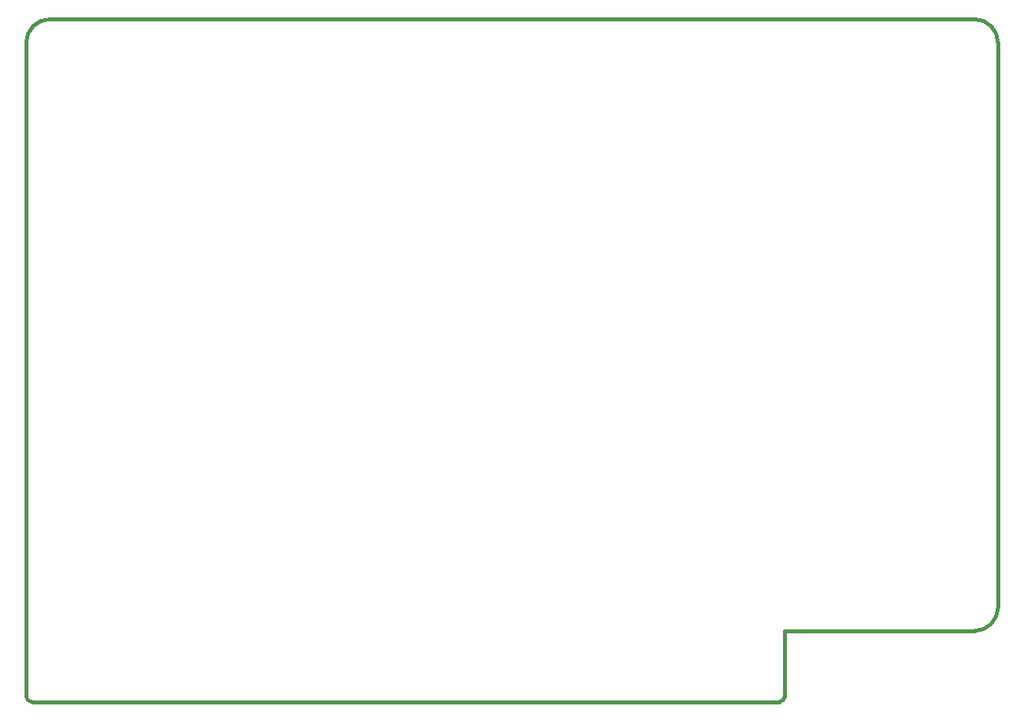
<source format=gbr>
G04 #@! TF.GenerationSoftware,KiCad,Pcbnew,(5.1.6)-1*
G04 #@! TF.CreationDate,2020-07-06T23:23:41+03:00*
G04 #@! TF.ProjectId,RTL8019,52544c38-3031-4392-9e6b-696361645f70,rev?*
G04 #@! TF.SameCoordinates,Original*
G04 #@! TF.FileFunction,Profile,NP*
%FSLAX46Y46*%
G04 Gerber Fmt 4.6, Leading zero omitted, Abs format (unit mm)*
G04 Created by KiCad (PCBNEW (5.1.6)-1) date 2020-07-06 23:23:41*
%MOMM*%
%LPD*%
G01*
G04 APERTURE LIST*
G04 #@! TA.AperFunction,Profile*
%ADD10C,0.381000*%
G04 #@! TD*
G04 APERTURE END LIST*
D10*
X133350000Y-116840000D02*
X133350000Y-53784500D01*
X214630000Y-116840000D02*
X214630000Y-123825000D01*
X135890000Y-51244500D02*
X234950000Y-51244500D01*
X237490000Y-53784500D02*
X237490000Y-114300000D01*
X214630000Y-116840000D02*
X234950000Y-116840000D01*
X237490000Y-53784500D02*
G75*
G03*
X234950000Y-51244500I-2540000J0D01*
G01*
X133350000Y-116840000D02*
X133350000Y-123825000D01*
X135890000Y-51244500D02*
G75*
G03*
X133350000Y-53784500I0J-2540000D01*
G01*
X234950000Y-116840000D02*
G75*
G03*
X237490000Y-114300000I0J2540000D01*
G01*
X133350000Y-123825000D02*
G75*
G03*
X133985000Y-124460000I635000J0D01*
G01*
X133985000Y-124460000D02*
X213995000Y-124460000D01*
X213995000Y-124460000D02*
G75*
G03*
X214630000Y-123825000I0J635000D01*
G01*
M02*

</source>
